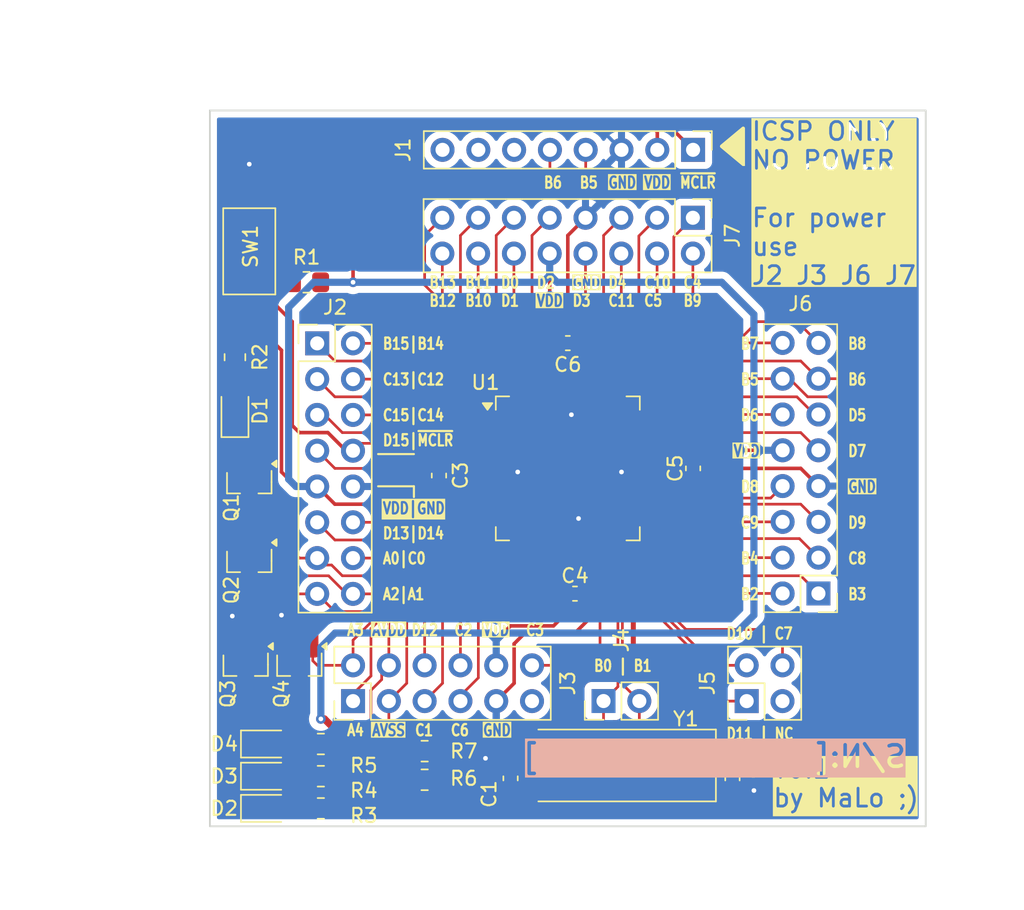
<source format=kicad_pcb>
(kicad_pcb (version 20240108) (generator "pcbnew") (generator_version "8.0")
  (title_block (title "Autobeagle LIN Cape") (date "2023-05-06") (rev "0.1") (company "Continental Automotive Guadalajara"))
  (layers (0 "F.Cu" signal) (31 "B.Cu" signal) (34 "B.Paste" user) (35 "F.Paste" user) (36 "B.SilkS" user "B.Silkscreen") (37 "F.SilkS" user "F.Silkscreen") (38 "B.Mask" user) (39 "F.Mask" user) (44 "Edge.Cuts" user))
  (net 0 "")
  (net 1 "/RB0")
  (net 2 "/RB1")
  (net 4 "/RB9")
  (net 7 "/RB8")
  (net 8 "/~{MCLR}")
  (net 9 "/RB11")
  (net 10 "/RB14")
  (net 11 "/RC14")
  (net 12 "/RC12")
  (net 13 "/RB10")
  (net 14 "/RD2")
  (net 15 "/RD0")
  (net 16 "/RB12")
  (net 17 "GND")
  (net 18 "/RD3")
  (net 19 "/RB15")
  (net 20 "/RD14")
  (net 21 "/RD1")
  (net 22 "/RC10")
  (net 23 "/RC5")
  (net 24 "/RC13")
  (net 25 "/RD13")
  (net 26 "/RC15")
  (net 27 "/RC4")
  (net 28 "/RD15")
  (net 29 "/RD4")
  (net 30 "/RC0")
  (net 31 "/RC11")
  (net 32 "/RB13")
  (net 33 "/RD5")
  (net 34 "/RD11")
  (net 35 "/RC9")
  (net 36 "/RD10")
  (net 37 "/RC2")
  (net 38 "/RC6")
  (net 39 "/RC7")
  (net 40 "/RB6")
  (net 41 "/RB4")
  (net 42 "/RB2")
  (net 43 "Net-(D1-A)")
  (net 44 "Net-(D1-K)")
  (net 45 "/RB5")
  (net 46 "/RD12")
  (net 47 "/RB3")
  (net 48 "/RD9")
  (net 49 "/RC3")
  (net 50 "/RC8")
  (net 51 "RA1")
  (net 52 "RA2")
  (net 53 "RA0")
  (net 54 "RA3")
  (net 55 "/RB7")
  (net 56 "/RD7")
  (net 57 "/RC1")
  (net 58 "/RD8")
  (net 59 "/RD6")
  (net 60 "RA4")
  (net 63 "VDD")
  (net 64 "/AVDD")
  (net 65 "/AVSS")
  (net 66 "Net-(D2-K)")
  (net 67 "Net-(D2-A)")
  (net 68 "Net-(D3-A)")
  (net 69 "Net-(D3-K)")
  (net 70 "Net-(D4-A)")
  (net 71 "Net-(D4-K)")
  (footprint "Resistor_SMD:R_0805_2012Metric_Pad1.20x1.40mm_HandSolder" (layer "F.Cu") (at 115.24 146.698)
    (property "Reference" "R6")
    (property "Value" "0")
  )
  (footprint "Resistor_SMD:R_0805_2012Metric_Pad1.20x1.40mm_HandSolder" (layer "F.Cu") (at 107.874 148.73 180)
    (property "Reference" "R3")
    (property "Value" "470")
  )
  (footprint "Resistor_SMD:R_0805_2012Metric_Pad1.20x1.40mm_HandSolder" (layer "F.Cu") (at 115.24 144.666)
    (property "Reference" "R7")
    (property "Value" "0")
  )
  (footprint "Button_Switch_SMD:SW_SPST_CK_RS282G05A3" (layer "F.Cu") (at 102.794 109.196 -90)
    (property "Reference" "SW1")
    (property "Value" "RESET")
  )
  (footprint "Package_TO_SOT_SMD:SOT-23_Handsoldering" (layer "F.Cu") (at 106.35 138.57 -90)
    (property "Reference" "Q4")
    (property "Value" "DTC143Z")
  )
  (footprint "Connector_PinHeader_2.54mm:PinHeader_1x02_P2.54mm_Vertical" (layer "F.Cu") (at 127.935 141.11 90)
    (property "Reference" "J4")
    (property "Value" "Conn_01x02")
  )
  (footprint "Connector_PinHeader_2.54mm:PinHeader_1x08_P2.54mm_Vertical" (layer "F.Cu") (at 134.29 101.994 -90)
    (property "Reference" "J1")
    (property "Value" "ICSP")
  )
  (footprint "Connector_PinHeader_2.54mm:PinHeader_2x08_P2.54mm_Vertical" (layer "F.Cu") (at 143.185 133.475 180)
    (property "Reference" "J6")
    (property "Value" "Pins_01_to_16")
  )
  (footprint "Capacitor_SMD:C_0603_1608Metric_Pad1.08x0.95mm_HandSolder" (layer "F.Cu") (at 121.336 146.5975 90)
    (property "Reference" "C1")
    (property "Value" "18pF")
  )
  (footprint "Capacitor_SMD:C_0603_1608Metric_Pad1.08x0.95mm_HandSolder" (layer "F.Cu") (at 137.084 146.5975 90)
    (property "Reference" "C2")
    (property "Value" "18pF")
  )
  (footprint "LED_SMD:LED_0805_2012Metric_Pad1.15x1.40mm_HandSolder" (layer "F.Cu") (at 104.064 146.444)
    (property "Reference" "D3")
    (property "Value" "HB")
  )
  (footprint "LED_SMD:LED_0805_2012Metric_Pad1.15x1.40mm_HandSolder" (layer "F.Cu") (at 104.064 148.73)
    (property "Reference" "D2")
    (property "Value" "HB")
  )
  (footprint "Capacitor_SMD:C_0603_1608Metric_Pad1.08x0.95mm_HandSolder" (layer "F.Cu") (at 134.29 124.6 -90)
    (property "Reference" "C5")
    (property "Value" "100nF")
  )
  (footprint "Resistor_SMD:R_0805_2012Metric_Pad1.20x1.40mm_HandSolder" (layer "F.Cu") (at 107.874 144.158 180)
    (property "Reference" "R5")
    (property "Value" "470")
  )
  (footprint "Resistor_SMD:R_0805_2012Metric_Pad1.20x1.40mm_HandSolder" (layer "F.Cu") (at 106.858 111.392 180)
    (property "Reference" "R1")
    (property "Value" "10K")
  )
  (footprint "Capacitor_SMD:C_0603_1608Metric_Pad1.08x0.95mm_HandSolder" (layer "F.Cu") (at 116.256 125.108 90)
    (property "Reference" "C3")
    (property "Value" "100nF")
  )
  (footprint "Connector_PinHeader_2.54mm:PinHeader_2x02_P2.54mm_Vertical" (layer "F.Cu") (at 138.095 141.115 90)
    (property "Reference" "J5")
    (property "Value" "Conn_02x02_Odd_Even")
  )
  (footprint "Package_TO_SOT_SMD:SOT-23_Handsoldering" (layer "F.Cu") (at 102.54 138.57 -90)
    (property "Reference" "Q3")
    (property "Value" "DTC143Z")
  )
  (footprint "Capacitor_SMD:C_0603_1608Metric_Pad1.08x0.95mm_HandSolder" (layer "F.Cu") (at 125.4 115.71)
    (property "Reference" "C6")
    (property "Value" "100nF")
  )
  (footprint "LED_SMD:LED_0805_2012Metric_Pad1.15x1.40mm_HandSolder" (layer "F.Cu") (at 104.064 144.158)
    (property "Reference" "D4")
    (property "Value" "HB")
  )
  (footprint "LED_SMD:LED_0805_2012Metric_Pad1.15x1.40mm_HandSolder" (layer "F.Cu") (at 101.778 120.52 90)
    (property "Reference" "D1")
    (property "Value" "HB")
  )
  (footprint "Capacitor_SMD:C_0603_1608Metric_Pad1.08x0.95mm_HandSolder" (layer "F.Cu") (at 125.908 133.49)
    (property "Reference" "C4")
    (property "Value" "100nF")
  )
  (footprint "Resistor_SMD:R_0805_2012Metric_Pad1.20x1.40mm_HandSolder" (layer "F.Cu") (at 101.778 116.71 -90)
    (property "Reference" "R2")
    (property "Value" "470")
  )
  (footprint "Connector_PinHeader_2.54mm:PinHeader_2x08_P2.54mm_Vertical" (layer "F.Cu") (at 134.275 106.815 -90)
    (property "Reference" "J7")
    (property "Value" "Pins_17_to_32")
  )
  (footprint "Crystal:Crystal_SMD_HC49-SD" (layer "F.Cu") (at 129.21 145.682 180)
    (property "Reference" "Y1")
    (property "Value" "10MHz@12ppm")
  )
  (footprint "Package_TO_SOT_SMD:SOT-23_Handsoldering" (layer "F.Cu") (at 102.794 125.616 -90)
    (property "Reference" "Q1")
    (property "Value" "DTC143Z")
  )
  (footprint "Connector_PinHeader_2.54mm:PinHeader_2x06_P2.54mm_Vertical" (layer "F.Cu") (at 110.16 141.115 90)
    (property "Reference" "J3")
    (property "Value" "Conn_02x06_Odd_Even")
  )
  (footprint "Package_TO_SOT_SMD:SOT-23_Handsoldering" (layer "F.Cu") (at 102.794 131.204 -90)
    (property "Reference" "Q2")
    (property "Value" "DTC143Z")
  )
  (footprint "Resistor_SMD:R_0805_2012Metric_Pad1.20x1.40mm_HandSolder" (layer "F.Cu") (at 107.874 146.444 180)
    (property "Reference" "R4")
    (property "Value" "470")
  )
  (footprint "Package_QFP:TQFP-64_10x10mm_P0.5mm" (layer "F.Cu") (at 125.4 124.6)
    (property "Reference" "U1")
    (property "Value" "DSPIC33CK256MC506-PT")
  )
  (footprint "Connector_PinHeader_2.54mm:PinHeader_2x08_P2.54mm_Vertical" (layer "F.Cu") (at 107.615 115.725)
    (property "Reference" "J2")
    (property "Value" "Pins_01_to_16")
  )
  (gr_poly (pts (xy 136.322 101.74) (xy 137.846 103.01) (xy 137.846 100.47)) (stroke (width 0.254)) (fill solid) (layer "F.SilkS"))
  (gr_line (start 114.478 125.87) (end 114.478 126.632) (stroke (width 0.15)) (layer "F.SilkS"))
  (gr_line (start 111.938 123.584) (end 114.478 123.584) (stroke (width 0.15)) (layer "F.SilkS"))
  (gr_line (start 111.938 125.87) (end 114.478 125.87) (stroke (width 0.15)) (layer "F.SilkS"))
  (gr_rect (start 100 99.2) (end 150.8 150) (stroke (width 0.127)) (fill none) (layer "Edge.Cuts"))
  (gr_text "v0.1\nby: MaLo" (at 149.53 104.28 0) (layer "B.Cu" knockout) (effects (font (size 1.5 1.5) (thickness 0.3) (bold yes)) (justify left bottom mirror)))
  (gr_text "S/N:[                 ]" (at 149.53 145.936 0) (layer "B.SilkS" knockout) (effects (font (size 1.524 1.524) (thickness 0.254) (bold yes)) (justify left bottom mirror)))
  (gr_text "D8" (at 137.592 126.378 0) (layer "F.SilkS") (effects (font (size 0.8001 0.635) (thickness 0.15875) (bold yes)) (justify left bottom)))
  (gr_text "D0\nD1" (at 120.574 113.17 0) (layer "F.SilkS") (effects (font (size 0.8001 0.635) (thickness 0.15875) (bold yes)) (justify left bottom)))
  (gr_text "GND" (at 128.194 104.788 0) (layer "F.SilkS" knockout) (effects (font (size 0.8001 0.635) (thickness 0.15875) (bold yes)) (justify left bottom)))
  (gr_text "B7" (at 137.592 116.218 0) (layer "F.SilkS") (effects (font (size 0.8001 0.635) (thickness 0.15875) (bold yes)) (justify left bottom)))
  (gr_text "A2|A1" (at 112.192 133.998 0) (layer "F.SilkS") (effects (font (size 0.8001 0.635) (thickness 0.15875) (bold yes)) (justify left bottom)))
  (gr_text "C2" (at 117.272 136.538 0) (layer "F.SilkS") (effects (font (size 0.8001 0.635) (thickness 0.15875) (bold yes)) (justify left bottom)))
  (gr_text "C13|C12" (at 112.192 118.758 0) (layer "F.SilkS") (effects (font (size 0.8001 0.635) (thickness 0.15875) (bold yes)) (justify left bottom)))
  (gr_text "D13|D14" (at 112.192 129.68 0) (layer "F.SilkS") (effects (font (size 0.8001 0.635) (thickness 0.15875) (bold yes)) (justify left bottom)))
  (gr_text "D15|~{MCLR}" (at 112.192 123.076 0) (layer "F.SilkS") (effects (font (size 0.8001 0.635) (thickness 0.15875) (bold yes)) (justify left bottom)))
  (gr_text "B11\nB10" (at 118.034 113.17 0) (layer "F.SilkS") (effects (font (size 0.8001 0.635) (thickness 0.15875) (bold yes)) (justify left bottom)))
  (gr_text "AVDD" (at 111.43 136.538 0) (layer "F.SilkS" knockout) (effects (font (size 0.8001 0.635) (thickness 0.15875) (bold yes)) (justify left bottom)))
  (gr_text "D9" (at 145.212 128.918 0) (layer "F.SilkS") (effects (font (size 0.8001 0.635) (thickness 0.15875) (bold yes)) (justify left bottom)))
  (gr_text "D7" (at 145.212 123.838 0) (layer "F.SilkS") (effects (font (size 0.8001 0.635) (thickness 0.15875) (bold yes)) (justify left bottom)))
  (gr_text "VDD" (at 123.114 113.17 0) (layer "F.SilkS" knockout) (effects (font (size 0.8001 0.635) (thickness 0.15875) (bold yes)) (justify left bottom)))
  (gr_text "B2" (at 137.592 133.998 0) (layer "F.SilkS") (effects (font (size 0.8001 0.635) (thickness 0.15875) (bold yes)) (justify left bottom)))
  (gr_text "D11 | NC" (at 136.576 143.904 0) (layer "F.SilkS") (effects (font (size 0.8001 0.635) (thickness 0.15875) (bold yes)) (justify left bottom)))
  (gr_text "A3" (at 109.652 136.538 0) (layer "F.SilkS") (effects (font (size 0.8001 0.635) (thickness 0.15875) (bold yes)) (justify left bottom)))
  (gr_text "B13\nB12" (at 115.494 113.17 0) (layer "F.SilkS") (effects (font (size 0.8001 0.635) (thickness 0.15875) (bold yes)) (justify left bottom)))
  (gr_text "v0.1\nby MaLo ;)" (at 139.878 148.73 0) (layer "F.SilkS" knockout) (effects (font (size 1.27 1.27) (thickness 0.2) (bold yes)) (justify left bottom)))
  (gr_text "C1" (at 114.478 143.65 0) (layer "F.SilkS") (effects (font (size 0.8001 0.635) (thickness 0.15875) (bold yes)) (justify left bottom)))
  (gr_text "VDD" (at 119.304 136.538 0) (layer "F.SilkS" knockout) (effects (font (size 0.8001 0.635) (thickness 0.15875) (bold yes)) (justify left bottom)))
  (gr_text "B15|B14" (at 112.192 116.218 0) (layer "F.SilkS") (effects (font (size 0.8001 0.635) (thickness 0.15875) (bold yes)) (justify left bottom)))
  (gr_text "B5" (at 126.162 104.788 0) (layer "F.SilkS") (effects (font (size 0.8001 0.635) (thickness 0.15875) (bold yes)) (justify left bottom)))
  (gr_text "D3" (at 125.654 113.17 0) (layer "F.SilkS") (effects (font (size 0.8001 0.635) (thickness 0.15875) (bold yes)) (justify left bottom)))
  (gr_text "B0 | B1" (at 127.178 139.078 0) (layer "F.SilkS") (effects (font (size 0.8001 0.635) (thickness 0.15875) (bold yes)) (justify left bottom)))
  (gr_text "VDD" (at 137.084 123.838 0) (layer "F.SilkS" knockout) (effects (font (size 0.8001 0.635) (thickness 0.15875) (bold yes)) (justify left bottom)))
  (gr_text "C15|C14" (at 112.192 121.298 0) (layer "F.SilkS") (effects (font (size 0.8001 0.635) (thickness 0.15875) (bold yes)) (justify left bottom)))
  (gr_text "A0|C0" (at 112.192 131.458 0) (layer "F.SilkS") (effects (font (size 0.8001 0.635) (thickness 0.15875) (bold yes)) (justify left bottom)))
  (gr_text "~{MCLR}" (at 133.274 104.788 0) (layer "F.SilkS") (effects (font (size 0.8001 0.635) (thickness 0.15875) (bold yes)) (justify left bottom)))
  (gr_text "B8" (at 145.212 116.218 0) (layer "F.SilkS") (effects (font (size 0.8001 0.635) (thickness 0.15875) (bold yes)) (justify left bottom)))
  (gr_text "D12" (at 114.224 136.538 0) (layer "F.SilkS") (effects (font (size 0.8001 0.635) (thickness 0.15875) (bold yes)) (justify left bottom)))
  (gr_text "C9" (at 137.592 128.918 0) (layer "F.SilkS") (effects (font (size 0.8001 0.635) (thickness 0.15875) (bold yes)) (justify left bottom)))
  (gr_text "AVSS" (at 111.43 143.65 0) (layer "F.SilkS" knockout) (effects (font (size 0.8001 0.635) (thickness 0.15875) (bold yes)) (justify left bottom)))
  (gr_text "B6" (at 145.212 118.758 0) (layer "F.SilkS") (effects (font (size 0.8001 0.635) (thickness 0.15875) (bold yes)) (justify left bottom)))
  (gr_text "B5" (at 137.592 118.758 0) (layer "F.SilkS") (effects (font (size 0.8001 0.635) (thickness 0.15875) (bold yes)) (justify left bottom)))
  (gr_text "D10 | C7" (at 136.576 136.792 0) (layer "F.SilkS") (effects (font (size 0.8001 0.635) (thickness 0.15875) (bold yes)) (justify left bottom)))
  (gr_text "C10\nC5" (at 130.734 113.17 0) (layer "F.SilkS") (effects (font (size 0.8001 0.635) (thickness 0.15875) (bold yes)) (justify left bottom)))
  (gr_text "VDD" (at 130.734 104.788 0) (layer "F.SilkS" knockout) (effects (font (size 0.8001 0.635) (thickness 0.15875) (bold yes)) (justify left bottom)))
  (gr_text "D4\nC11" (at 128.194 113.17 0) (layer "F.SilkS") (effects (font (size 0.8001 0.635) (thickness 0.15875) (bold yes)) (justify left bottom)))
  (gr_text "D5" (at 145.212 121.298 0) (layer "F.SilkS") (effects (font (size 0.8001 0.635) (thickness 0.15875) (bold yes)) (justify left bottom)))
  (gr_text "VDD|GND" (at 112.192 127.902 0) (layer "F.SilkS" knockout) (effects (font (size 0.8001 0.635) (thickness 0.15875) (bold yes)) (justify left bottom)))
  (gr_text "B6" (at 123.622 104.788 0) (layer "F.SilkS") (effects (font (size 0.8001 0.635) (thickness 0.15875) (bold yes)) (justify left bottom)))
  (gr_text "D2" (at 123.114 111.9 0) (layer "F.SilkS") (effects (font (size 0.8001 0.635) (thickness 0.15875) (bold yes)) (justify left bottom)))
  (gr_text "C4\nB9" (at 133.528 113.17 0) (layer "F.SilkS") (effects (font (size 0.8001 0.635) (thickness 0.15875) (bold yes)) (justify left bottom)))
  (gr_text "A4" (at 109.652 143.65 0) (layer "F.SilkS") (effects (font (size 0.8001 0.635) (thickness 0.15875) (bold yes)) (justify left bottom)))
  (gr_text "B4" (at 137.592 131.458 0) (layer "F.SilkS") (effects (font (size 0.8001 0.635) (thickness 0.15875) (bold yes)) (justify left bottom)))
  (gr_text "C6" (at 117.018 143.65 0) (layer "F.SilkS") (effects (font (size 0.8001 0.635) (thickness 0.15875) (bold yes)) (justify left bottom)))
  (gr_text "C8" (at 145.212 131.458 0) (layer "F.SilkS") (effects (font (size 0.8001 0.635) (thickness 0.15875) (bold yes)) (justify left bottom)))
  (gr_text "B3" (at 145.212 133.998 0) (layer "F.SilkS") (effects (font (size 0.8001 0.635) (thickness 0.15875) (bold yes)) (justify left bottom)))
  (gr_text "GND" (at 145.212 126.378 0) (layer "F.SilkS" knockout) (effects (font (size 0.8001 0.635) (thickness 0.15875) (bold yes)) (justify left bottom)))
  (gr_text "D6" (at 137.592 121.298 0) (layer "F.SilkS") (effects (font (size 0.8001 0.635) (thickness 0.15875) (bold yes)) (justify left bottom)))
  (gr_text "GND" (at 119.304 143.65 0) (layer "F.SilkS" knockout) (effects (font (size 0.8001 0.635) (thickness 0.15875) (bold yes)) (justify left bottom)))
  (gr_text "ICSP ONLY\nNO POWER\n\nFor power\nuse\nJ2 J3 J6 J7" (at 138.354 111.646 0) (layer "F.SilkS" knockout) (effects (font (size 1.27 1.27) (thickness 0.2) (bold yes)) (justify left bottom)))
  (gr_text "C3" (at 122.352 136.538 0) (layer "F.SilkS") (effects (font (size 0.8001 0.635) (thickness 0.15875) (bold yes)) (justify left bottom)))
  (gr_text "GND" (at 125.654 111.9 0) (layer "F.SilkS" knockout) (effects (font (size 0.8001 0.635) (thickness 0.15875) (bold yes)) (justify left bottom)))
  (segment (start 127.935 144.925) (end 127.178 145.682) (width 0.1905) (layer "F.Cu") (net 1))
  (segment (start 127.178 145.682) (end 124.96 145.682) (width 0.1905) (layer "F.Cu") (net 1))
  (segment (start 127.15 131.938) (end 128.956 133.744) (width 0.1905) (layer "F.Cu") (net 1))
  (segment (start 127.935 141.11) (end 127.935 144.925) (width 0.1905) (layer "F.Cu") (net 1))
  (segment (start 127.15 130.2625) (end 127.15 131.938) (width 0.1905) (layer "F.Cu") (net 1))
  (segment (start 128.956 133.744) (end 128.956 140.089) (width 0.1905) (layer "F.Cu") (net 1))
  (segment (start 121.336 145.735) (end 124.907 145.735) (width 0.254) (layer "F.Cu") (net 1))
  (segment (start 124.907 145.735) (end 124.96 145.682) (width 0.1905) (layer "F.Cu") (net 1))
  (segment (start 128.956 140.089) (end 127.935 141.11) (width 0.1905) (layer "F.Cu") (net 1))
  (segment (start 130.475 144.915) (end 131.242 145.682) (width 0.1905) (layer "F.Cu") (net 2))
  (segment (start 127.65 131.93) (end 127.65 130.2625) (width 0.1905) (layer "F.Cu") (net 2))
  (segment (start 129.2735 139.9085) (end 129.2735 133.5535) (width 0.1905) (layer "F.Cu") (net 2))
  (segment (start 133.513 145.735) (end 133.46 145.682) (width 0.1905) (layer "F.Cu") (net 2))
  (segment (start 130.475 141.11) (end 129.2735 139.9085) (width 0.1905) (layer "F.Cu") (net 2))
  (segment (start 129.2735 133.5535) (end 127.65 131.93) (width 0.1905) (layer "F.Cu") (net 2))
  (segment (start 131.242 145.682) (end 133.46 145.682) (width 0.1905) (layer "F.Cu") (net 2))
  (segment (start 137.084 145.735) (end 133.513 145.735) (width 0.254) (layer "F.Cu") (net 2))
  (segment (start 130.475 141.11) (end 130.475 144.915) (width 0.1905) (layer "F.Cu") (net 2))
  (segment (start 129.15 118.056) (end 134.275 112.931) (width 0.1905) (layer "F.Cu") (net 4))
  (segment (start 129.15 118.9375) (end 129.15 118.056) (width 0.1905) (layer "F.Cu") (net 4))
  (segment (start 134.275 112.931) (end 134.275 109.355) (width 0.1905) (layer "F.Cu") (net 4))
  (segment (start 131.0625 120.85) (end 132.198 120.85) (width 0.1905) (layer "F.Cu") (net 7))
  (segment (start 132.198 120.85) (end 138.862 114.186) (width 0.1905) (layer "F.Cu") (net 7))
  (segment (start 141.676 114.186) (end 143.185 115.695) (width 0.1905) (layer "F.Cu") (net 7))
  (segment (start 138.862 114.186) (end 141.676 114.186) (width 0.1905) (layer "F.Cu") (net 7))
  (segment (start 103.302 111.392) (end 102.794 111.9) (width 0.254) (layer "F.Cu") (net 8))
  (segment (start 106.35 122.06) (end 108.372 122.06) (width 0.254) (layer "F.Cu") (net 8))
  (segment (start 108.372 122.06) (end 109.657 123.345) (width 0.254) (layer "F.Cu") (net 8))
  (segment (start 117.399 123.007988) (end 117.399 123.007987) (width 0.1905) (layer "F.Cu") (net 8))
  (segment (start 105.858 111.392) (end 103.302 111.392) (width 0.254) (layer "F.Cu") (net 8))
  (segment (start 109.657 123.345) (end 110.155 123.345) (width 0.1905) (layer "F.Cu") (net 8))
  (segment (start 119.7375 123.85) (end 118.241012 123.85) (width 0.1905) (layer "F.Cu") (net 8))
  (segment (start 134.29 101.994) (end 132.258 99.962) (width 0.254) (layer "F.Cu") (net 8))
  (segment (start 102.794 111.9) (end 102.794 113.096) (width 0.254) (layer "F.Cu") (net 8))
  (segment (start 117.213013 122.822) (end 110.678 122.822) (width 0.1905) (layer "F.Cu") (net 8))
  (segment (start 102.794 113.096) (end 104.752 113.096) (width 0.254) (layer "F.Cu") (net 8))
  (segment (start 117.399 123.007987) (end 117.213013 122.822) (width 0.1905) (layer "F.Cu") (net 8))
  (segment (start 105.842 121.552) (end 106.35 122.06) (width 0.254) (layer "F.Cu") (net 8))
  (segment (start 105.858 101.978) (end 105.858 111.392) (width 0.254) (layer "F.Cu") (net 8))
  (segment (start 132.258 99.962) (end 107.874 99.962) (width 0.254) (layer "F.Cu") (net 8))
  (segment (start 104.752 113.096) (end 105.842 114.186) (width 0.254) (layer "F.Cu") (net 8))
  (segment (start 105.842 114.186) (end 105.842 121.552) (width 0.254) (layer "F.Cu") (net 8))
  (segment (start 110.678 122.822) (end 110.155 123.345) (width 0.1905) (layer "F.Cu") (net 8))
  (segment (start 118.241012 123.85) (end 117.399 123.007988) (width 0.1905) (layer "F.Cu") (net 8))
  (segment (start 107.874 99.962) (end 105.858 101.978) (width 0.254) (layer "F.Cu") (net 8))
  (segment (start 117.78 108.07) (end 119.035 106.815) (width 0.1905) (layer "F.Cu") (net 9))
  (segment (start 122.65 118.04) (end 117.78 113.17) (width 0.1905) (layer "F.Cu") (net 9))
  (segment (start 122.65 118.9375) (end 122.65 118.04) (width 0.1905) (layer "F.Cu") (net 9))
  (segment (start 117.78 113.17) (end 117.78 108.07) (width 0.1905) (layer "F.Cu") (net 9))
  (segment (start 112.810085 115.725) (end 110.155 115.725) (width 0.1905) (layer "F.Cu") (net 10))
  (segment (start 117.935085 120.85) (end 112.810085 115.725) (width 0.1905) (layer "F.Cu") (net 10))
  (segment (start 119.7375 120.85) (end 117.935085 120.85) (width 0.1905) (layer "F.Cu") (net 10))
  (segment (start 119.7375 122.85) (end 118.139037 122.85) (width 0.1905) (layer "F.Cu") (net 11))
  (segment (start 118.139037 122.85) (end 116.094037 120.805) (width 0.1905) (layer "F.Cu") (net 11))
  (segment (start 116.094037 120.805) (end 110.155 120.805) (width 0.1905) (layer "F.Cu") (net 11))
  (segment (start 114.452061 118.265) (end 110.155 118.265) (width 0.1905) (layer "F.Cu") (net 12))
  (segment (start 119.7375 121.85) (end 118.037061 121.85) (width 0.1905) (layer "F.Cu") (net 12))
  (segment (start 118.037061 121.85) (end 114.452061 118.265) (width 0.1905) (layer "F.Cu") (net 12))
  (segment (start 123.15 118.032) (end 119.035 113.917) (width 0.1905) (layer "F.Cu") (net 13))
  (segment (start 119.035 113.917) (end 119.035 109.355) (width 0.1905) (layer "F.Cu") (net 13))
  (segment (start 123.15 118.9375) (end 123.15 118.032) (width 0.1905) (layer "F.Cu") (net 13))
  (segment (start 124.65 118.008) (end 122.86 116.218) (width 0.1905) (layer "F.Cu") (net 14))
  (segment (start 122.86 108.07) (end 124.115 106.815) (width 0.1905) (layer "F.Cu") (net 14))
  (segment (start 122.86 116.218) (end 122.86 108.07) (width 0.1905) (layer "F.Cu") (net 14))
  (segment (start 124.65 118.9375) (end 124.65 118.008) (width 0.1905) (layer "F.Cu") (net 14))
  (segment (start 123.65 118.024) (end 120.32 114.694) (width 0.1905) (layer "F.Cu") (net 15))
  (segment (start 120.32 108.07) (end 121.575 106.815) (width 0.1905) (layer "F.Cu") (net 15))
  (segment (start 120.32 114.694) (end 120.32 108.07) (width 0.1905) (layer "F.Cu") (net 15))
  (segment (start 123.65 118.9375) (end 123.65 118.024) (width 0.1905) (layer "F.Cu") (net 15))
  (segment (start 122.15 118.9375) (end 122.15 118.048) (width 0.1905) (layer "F.Cu") (net 16))
  (segment (start 122.15 118.048) (end 116.495 112.393) (width 0.1905) (layer "F.Cu") (net 16))
  (segment (start 116.495 112.393) (end 116.495 109.355) (width 0.1905) (layer "F.Cu") (net 16))
  (segment (start 121.84 124.85) (end 121.844 124.854) (width 0.1905) (layer "F.Cu") (net 17))
  (segment (start 125.65 116.3225) (end 126.2625 115.71) (width 0.254) (layer "F.Cu") (net 17))
  (segment (start 116.8605 124.85) (end 116.256 124.2455) (width 0.1905) (layer "F.Cu") (net 17))
  (segment (start 126.15 132.8695) (end 126.7705 133.49) (width 0.254) (layer "F.Cu") (net 17))
  (segment (start 137.084 147.46) (end 138.608 147.46) (width 0.254) (layer "F.Cu") (net 17))
  (segment (start 101.844 131.138) (end 101.844 129.704) (width 0.508) (layer "F.Cu") (net 17))
  (segment (start 119.7375 124.85) (end 121.84 124.85) (width 0.1905) (layer "F.Cu") (net 17))
  (segment (start 119.558 145.174) (end 119.558 146.19) (width 0.254) (layer "F.Cu") (net 17))
  (segment (start 126.655 106.815) (end 125.4 108.07) (width 0.254) (layer "F.Cu") (net 17))
  (segment (start 125.65 118.9375) (end 125.65 120.786) (width 0.254) (layer "F.Cu") (net 17))
  (segment (start 133.6775 124.85) (end 134.29 125.4625) (width 0.254) (layer "F.Cu") (net 17))
  (segment (start 102.794 105.296) (end 102.794 103.01) (width 0.254) (layer "F.Cu") (net 17))
  (segment (start 125.65 118.9375) (end 125.65 116.3225) (width 0.254) (layer "F.Cu") (net 17))
  (segment (start 131.0625 124.85) (end 133.6775 124.85) (width 0.254) (layer "F.Cu") (net 17))
  (segment (start 105.4 137.07) (end 105.4 135.334) (width 0.254) (layer "F.Cu") (net 17))
  (segment (start 119.05 144.666) (end 116.24 144.666) (width 0.254) (layer "F.Cu") (net 17))
  (segment (start 125.908 136.284) (end 126.7705 135.4215) (width 0.254) (layer "F.Cu") (net 17))
  (segment (start 121.59 137.046) (end 122.352 136.284) (width 0.254) (layer "F.Cu") (net 17))
  (segment (start 126.15 130.2625) (end 126.15 128.168) (width 0.254) (layer "F.Cu") (net 17))
  (segment (start 126.7705 135.4215) (end 126.7705 133.49) (width 0.254) (layer "F.Cu") (net 17))
  (segment (start 101.59 135.08) (end 101.59 131.392) (width 0.508) (layer "F.Cu") (net 17))
  (segment (start 120.32 141.115) (end 121.59 139.845) (width 0.254) (layer "F.Cu") (net 17))
  (segment (start 122.352 136.284) (end 125.908 136.284) (width 0.254) (layer "F.Cu") (net 17))
  (segment (start 129.214 124.85) (end 129.21 124.854) (width 0.254) (layer "F.Cu") (net 17))
  (segment (start 126.15 128.168) (end 126.162 128.156) (width 0.254) (layer "F.Cu") (net 17))
  (segment (start 116.256 124.2455) (end 115.0865 124.2455) (width 0.1905) (layer "F.Cu") (net 17))
  (segment (start 135.1525 124.6) (end 134.29 125.4625) (width 0.254) (layer "F.Cu") (net 17))
  (segment (start 101.844 124.116) (end 101.844 129.704) (width 0.508) (layer "F.Cu") (net 17))
  (segment (start 125.4 113.678) (end 126.2625 114.5405) (width 0.254) (layer "F.Cu") (net 17))
  (segment (start 126.15 130.2625) (end 126.15 132.8695) (width 0.254) (layer "F.Cu") (net 17))
  (segment (start 101.59 135.08) (end 101.59 137.07) (width 0.508) (layer "F.Cu") (net 17))
  (segment (start 126.2625 114.5405) (end 126.2625 115.71) (width 0.254) (layer "F.Cu") (net 17))
  (segment (start 141.93 124.6) (end 135.1525 124.6) (width 0.254) (layer "F.Cu") (net 17))
  (segment (start 119.558 145.174) (end 119.05 144.666) (width 0.254) (layer "F.Cu") (net 17))
  (segment (start 101.59 131.392) (end 101.844 131.138) (width 0.508) (layer "F.Cu") (net 17))
  (segment (start 143.185 125.855) (end 141.93 124.6) (width 0.254) (layer "F.Cu") (net 17))
  (segment (start 125.4 108.07) (end 125.4 113.678) (width 0.254) (layer "F.Cu") (net 17))
  (segment (start 119.558 146.19) (end 120.828 147.46) (width 0.254) (layer "F.Cu") (net 17))
  (segment (start 105.4 135.334) (end 105.08 135.014) (width 0.254) (layer "F.Cu") (net 17))
  (segment (start 113.447 125.885) (end 110.155 125.885) (width 0.1905) (layer "F.Cu") (net 17))
  (segment (start 120.828 147.46) (end 121.336 147.46) (width 0.254) (layer "F.Cu") (net 17))
  (segment (start 125.65 120.786) (end 125.654 120.79) (width 0.254) (layer "F.Cu") (net 17))
  (segment (start 131.0625 124.85) (end 129.214 124.85) (width 0.254) (layer "F.Cu") (net 17))
  (segment (start 119.7375 124.85) (end 116.8605 124.85) (width 0.1905) (layer "F.Cu") (net 17))
  (segment (start 121.59 139.845) (end 121.59 137.046) (width 0.254) (layer "F.Cu") (net 17))
  (segment (start 115.0865 124.2455) (end 113.447 125.885) (width 0.1905) (layer "F.Cu") (net 17))
  (via (at 121.844 124.854) (size 0.6858) (drill 0.3302) (layers "F.Cu" "B.Cu") (net 17))
  (via (at 126.162 128.156) (size 0.6858) (drill 0.3302) (layers "F.Cu" "B.Cu") (net 17))
  (via (at 138.608 147.46) (size 0.6858) (drill 0.3302) (layers "F.Cu" "B.Cu") (net 17))
  (via (at 101.59 135.08) (size 0.6858) (drill 0.3302) (layers "F.Cu" "B.Cu") (net 17))
  (via (at 119.558 145.174) (size 0.6858) (drill 0.3302) (layers "F.Cu" "B.Cu") (net 17))
  (via (at 125.654 120.79) (size 0.6858) (drill 0.3302) (layers "F.Cu" "B.Cu") (net 17))
  (via (at 102.794 103.01) (size 0.6858) (drill 0.3302) (layers "F.Cu" "B.Cu") (net 17))
  (via (at 105.08 135.014) (size 0.6858) (drill 0.3302) (layers "F.Cu" "B.Cu") (net 17))
  (via (at 129.21 124.854) (size 0.6858) (drill 0.3302) (layers "F.Cu" "B.Cu") (net 17))
  (segment (start 127.178 99.962) (end 129.21 101.994) (width 0.254) (layer "B.Cu") (net 17))
  (segment (start 138.608 147.46) (end 143.434 147.46) (width 0.254) (layer "B.Cu") (net 17))
  (segment (start 102.794 103.01) (end 105.842 99.962) (width 0.254) (layer "B.Cu") (net 17))
  (segment (start 145.974 126.632) (end 145.197 125.855) (width 0.254) (layer "B.Cu") (net 17))
  (segment (start 121.844 126.886) (end 121.844 124.854) (width 0.254) (layer "B.Cu") (net 17))
  (segment (start 145.974 144.92) (end 145.974 126.632) (width 0.254) (layer "B.Cu") (net 17))
  (segment (start 145.197 125.855) (end 143.185 125.855) (width 0.254) (layer "B.Cu") (net 17))
  (segment (start 129.21 101.994) (end 127.686 103.518) (width 0.508) (layer "B.Cu") (net 17))
  (segment (start 119.558 145.174) (end 119.558 146.19) (width 0.254) (layer "B.Cu") (net 17))
  (segment (start 120.32 144.412) (end 120.32 141.115) (width 0.508) (layer "B.Cu") (net 17))
  (segment (start 129.21 124.854) (end 129.21 127.394) (width 0.254) (layer "B.Cu") (net 17))
  (segment (start 123.114 128.156) (end 121.844 126.886) (width 0.254) (layer "B.Cu") (net 17))
  (segment (start 119.558 145.174) (end 120.32 144.412) (width 0.508) (layer "B.Cu") (net 17))
  (segment (start 105.08 142.888) (end 105.08 135.014) (width 0.254) (layer "B.Cu") (net 17))
  (segment (start 105.08 135.014) (end 101.656 135.014) (width 0.254) (layer "B.Cu") (net 17))
  (segment (start 119.558 145.174) (end 107.366 145.174) (width 0.254) (layer "B.Cu") (net 17))
  (segment (start 125.654 120.79) (end 127.94 120.79) (width 0.254) (layer "B.Cu") (net 17))
  (segment (start 126.162 128.156) (end 123.114 128.156) (width 0.254) (layer "B.Cu") (net 17))
  (segment (start 143.434 147.46) (end 145.974 144.92) (width 0.254) (layer "B.Cu") (net 17))
  (segment (start 105.842 99.962) (end 127.178 99.962) (width 0.254) (layer "B.Cu") (net 17))
  (segment (start 127.686 105.784) (end 126.655 106.815) (width 0.508) (layer "B.Cu") (net 17))
  (segment (start 101.656 135.014) (end 101.59 135.08) (width 0.254) (layer "B.Cu") (net 17))
  (segment (start 127.686 103.518) (end 127.686 105.784) (width 0.508) (layer "B.Cu") (net 17))
  (segment (start 107.366 145.174) (end 105.08 142.888) (width 0.254) (layer "B.Cu") (net 17))
  (segment (start 129.21 122.06) (end 129.21 124.854) (width 0.254) (layer "B.Cu") (net 17))
  (segment (start 127.94 120.79) (end 129.21 122.06) (width 0.254) (layer "B.Cu") (net 17))
  (segment (start 129.21 127.394) (end 128.448 128.156) (width 0.254) (layer "B.Cu") (net 17))
  (segment (start 119.558 146.19) (end 120.828 147.46) (width 0.254) (layer "B.Cu") (net 17))
  (segment (start 120.828 147.46) (end 138.608 147.46) (width 0.254) (layer "B.Cu") (net 17))
  (segment (start 128.448 128.156) (end 126.162 128.156) (width 0.254) (layer "B.Cu") (net 17))
  (segment (start 127.432 113.932) (end 126.655 113.155) (width 0.1905) (layer "F.Cu") (net 18))
  (segment (start 127.432 116.472) (end 127.432 113.932) (width 0.1905) (layer "F.Cu") (net 18))
  (segment (start 126.655 113.155) (end 126.655 109.355) (width 0.1905) (layer "F.Cu") (net 18))
  (segment (start 126.15 118.9375) (end 126.15 117.754) (width 0.1905) (layer "F.Cu") (net 18))
  (segment (start 126.15 117.754) (end 127.432 116.472) (width 0.1905) (layer "F.Cu") (net 18))
  (segment (start 117.986073 121.35) (end 113.616073 116.98) (width 0.1905) (layer "F.Cu") (net 19))
  (segment (start 119.7375 121.35) (end 117.986073 121.35) (width 0.1905) (layer "F.Cu") (net 19))
  (segment (start 108.87 116.98) (end 107.615 115.725) (width 0.1905) (layer "F.Cu") (net 19))
  (segment (start 113.616073 116.98) (end 108.87 116.98) (width 0.1905) (layer "F.Cu") (net 19))
  (segment (start 118.054 125.85) (end 115.479 128.425) (width 0.1905) (layer "F.Cu") (net 20))
  (segment (start 115.479 128.425) (end 110.155 128.425) (width 0.1905) (layer "F.Cu") (net 20))
  (segment (start 119.7375 125.85) (end 118.054 125.85) (width 0.1905) (layer "F.Cu") (net 20))
  (segment (start 121.575 115.441) (end 121.575 109.355) (width 0.1905) (layer "F.Cu") (net 21))
  (segment (start 124.15 118.9375) (end 124.15 118.016) (width 0.1905) (layer "F.Cu") (net 21))
  (segment (start 124.15 118.016) (end 121.575 115.441) (width 0.1905) (layer "F.Cu") (net 21))
  (segment (start 127.65 118.208964) (end 130.441482 115.417482) (width 0.1905) (layer "F.Cu") (net 22))
  (segment (start 127.65 118.9375) (end 127.65 118.208964) (width 0.1905) (layer "F.Cu") (net 22))
  (segment (start 130.441482 115.417482) (end 130.441482 108.108518) (width 0.1905) (layer "F.Cu") (net 22))
  (segment (start 130.441482 108.108518) (end 131.735 106.815) (width 0.1905) (layer "F.Cu") (net 22))
  (segment (start 128.15 118.9375) (end 128.15 118.157976) (width 0.1905) (layer "F.Cu") (net 23))
  (segment (start 128.15 118.157976) (end 131.735 114.572976) (width 0.1905) (layer "F.Cu") (net 23))
  (segment (start 131.735 114.572976) (end 131.735 109.355) (width 0.1905) (layer "F.Cu") (net 23))
  (segment (start 119.7375 122.35) (end 118.088049 122.35) (width 0.1905) (layer "F.Cu") (net 24))
  (segment (start 108.87 119.52) (end 107.615 118.265) (width 0.1905) (layer "F.Cu") (net 24))
  (segment (start 115.258049 119.52) (end 108.87 119.52) (width 0.1905) (layer "F.Cu") (net 24))
  (segment (start 118.088049 122.35) (end 115.258049 119.52) (width 0.1905) (layer "F.Cu") (net 24))
  (segment (start 118.062 126.35) (end 114.732 129.68) (width 0.1905) (layer "F.Cu") (net 25))
  (segment (start 114.732 129.68) (end 108.87 129.68) (width 0.1905) (layer "F.Cu") (net 25))
  (segment (start 119.7375 126.35) (end 118.062 126.35) (width 0.1905) (layer "F.Cu") (net 25))
  (segment (start 108.87 129.68) (end 107.615 128.425) (width 0.1905) (layer "F.Cu") (net 25))
  (segment (start 119.7375 123.35) (end 118.190025 123.35) (width 0.1905) (layer "F.Cu") (net 26))
  (segment (start 118.190025 123.35) (end 116.900025 122.06) (width 0.1905) (layer "F.Cu") (net 26))
  (segment (start 116.900025 122.06) (end 109.398 122.06) (width 0.1905) (layer "F.Cu") (net 26))
  (segment (start 108.143 120.805) (end 107.615 120.805) (width 0.1905) (layer "F.Cu") (net 26))
  (segment (start 109.398 122.06) (end 108.143 120.805) (width 0.1905) (layer "F.Cu") (net 26))
  (segment (start 132.922494 113.834494) (end 132.922494 108.167506) (width 0.1905) (layer "F.Cu") (net 27))
  (segment (start 128.65 118.9375) (end 128.65 118.106988) (width 0.1905) (layer "F.Cu") (net 27))
  (segment (start 132.922494 108.167506) (end 134.275 106.815) (width 0.1905) (layer "F.Cu") (net 27))
  (segment (start 128.65 118.106988) (end 132.922494 113.834494) (width 0.1905) (layer "F.Cu") (net 27))
  (segment (start 118.292 124.35) (end 117.0815 123.1395) (width 0.1905) (layer "F.Cu") (net 28))
  (segment (start 108.87 124.6) (end 107.615 123.345) (width 0.1905) (layer "F.Cu") (net 28))
  (segment (start 117.0815 123.1395) (end 113.1445 123.1395) (width 0.1905) (layer "F.Cu") (net 28))
  (segment (start 111.684 124.6) (end 108.87 124.6) (width 0.1905) (layer "F.Cu") (net 28))
  (segment (start 113.1445 123.1395) (end 111.684 124.6) (width 0.1905) (layer "F.Cu") (net 28))
  (segment (start 119.7375 124.35) (end 118.292 124.35) (width 0.1905) (layer "F.Cu") (net 28))
  (segment (start 127.94 116.726) (end 127.94 108.07) (width 0.1905) (layer "F.Cu") (net 29))
  (segment (start 127.94 108.07) (end 129.195 106.815) (width 0.1905) (layer "F.Cu") (net 29))
  (segment (start 126.65 118.016) (end 127.94 116.726) (width 0.1905) (layer "F.Cu") (net 29))
  (segment (start 126.65 118.9375) (end 126.65 118.016) (width 0.1905) (layer "F.Cu") (net 29))
  (segment (start 118.206024 126.85) (end 114.091024 130.965) (width 0.1905) (layer "F.Cu") (net 30))
  (segment (start 119.7375 126.85) (end 118.206024 126.85) (width 0.1905) (layer "F.Cu") (net 30))
  (segment (start 114.091024 130.965) (end 110.155 130.965) (width 0.1905) (layer "F.Cu") (net 30))
  (segment (start 129.195 116.214952) (end 129.195 109.355) (width 0.1905) (layer "F.Cu") (net 31))
  (segment (start 127.15 118.9375) (end 127.15 118.259952) (width 0.1905) (layer "F.Cu") (net 31))
  (segment (start 127.15 118.259952) (end 129.195 116.214952) (width 0.1905) (layer "F.Cu") (net 31))
  (segment (start 121.65 117.997012) (end 115.24 111.587012) (width 0.1905) (layer "F.Cu") (net 32))
  (segment (start 115.24 111.587012) (end 115.24 108.07) (width 0.1905) (layer "F.Cu") (net 32))
  (segment (start 115.24 108.07) (end 116.495 106.815) (width 0.1905) (layer "F.Cu") (net 32))
  (segment (start 121.65 118.9375) (end 121.65 117.997012) (width 0.1905) (layer "F.Cu") (net 32))
  (segment (start 131.0625 122.85) (end 132.23 122.85) (width 0.1905) (layer "F.Cu") (net 33))
  (segment (start 135.56 119.52) (end 141.656 119.52) (width 0.1905) (layer "F.Cu") (net 33))
  (segment (start 132.23 122.85) (end 135.56 119.52) (width 0.1905) (layer "F.Cu") (net 33))
  (segment (start 141.656 119.52) (end 142.911 120.775) (width 0.1905) (layer "F.Cu") (net 33))
  (segment (start 142.911 120.775) (end 143.185 120.775) (width 0.1905) (layer "F.Cu") (net 33))
  (segment (start 128.15 130.2625) (end 128.15 131.414) (width 0.1905) (layer "F.Cu") (net 34))
  (segment (start 128.15 131.414) (end 136.068 139.332) (width 0.1905) (layer "F.Cu") (net 34))
  (segment (start 136.068 140.602) (end 136.581 141.115) (width 0.1905) (layer "F.Cu") (net 34))
  (segment (start 136.581 141.115) (end 138.095 141.115) (width 0.1905) (layer "F.Cu") (net 34))
  (segment (start 136.068 139.332) (end 136.068 140.602) (width 0.1905) (layer "F.Cu") (net 34))
  (segment (start 134.275 128.395) (end 140.645 128.395) (width 0.1905) (layer "F.Cu") (net 35))
  (segment (start 132.23 126.35) (end 134.275 128.395) (width 0.1905) (layer "F.Cu") (net 35))
  (segment (start 131.0625 126.35) (end 132.23 126.35) (width 0.1905) (layer "F.Cu") (net 35))
  (segment (start 128.65 131.406) (end 135.819 138.575) (width 0.1905) (layer "F.Cu") (net 36))
  (segment (start 135.819 138.575) (end 138.095 138.575) (width 0.1905) (layer "F.Cu") (net 36))
  (segment (start 128.65 130.2625) (end 128.65 131.406) (width 0.1905) (layer "F.Cu") (net 36))
  (segment (start 122.2885 134.0615) (end 124.65 131.7) (width 0.1905) (layer "F.Cu") (net 37))
  (segment (start 117.78 138.575) (end 117.78 135.268) (width 0.1905) (layer "F.Cu") (net 37))
  (segment (start 118.9865 134.0615) (end 122.2885 134.0615) (width 0.1905) (layer "F.Cu") (net 37))
  (segment (start 117.78 135.268) (end 118.9865 134.0615) (width 0.1905) (layer "F.Cu") (net 37))
  (segment (start 124.65 131.7) (end 124.65 130.2625) (width 0.1905) (layer "F.Cu") (net 37))
  (segment (start 122.479 134.379) (end 125.15 131.708) (width 0.1905) (layer "F.Cu") (net 38))
  (segment (start 125.15 131.708) (end 125.15 130.2625) (width 0.1905) (layer "F.Cu") (net 38))
  (segment (start 119.939 134.379) (end 122.479 134.379) (width 0.1905) (layer "F.Cu") (net 38))
  (segment (start 117.78 141.115) (end 117.78 140.7315) (width 0.1905) (layer "F.Cu") (net 38))
  (segment (start 119.05 135.268) (end 119.939 134.379) (width 0.1905) (layer "F.Cu") (net 38))
  (segment (start 119.05 139.4615) (end 119.05 135.268) (width 0.1905) (layer "F.Cu") (net 38))
  (segment (start 117.78 140.7315) (end 119.05 139.4615) (width 0.1905) (layer "F.Cu") (net 38))
  (segment (start 139.878 136.03) (end 140.635 136.787) (width 0.1905) (layer "F.Cu") (net 39))
  (segment (start 140.635 136.787) (end 140.635 138.575) (width 0.1905) (layer "F.Cu") (net 39))
  (segment (start 129.15 130.2625) (end 129.15 131.398) (width 0.1905) (layer "F.Cu") (net 39))
  (segment (start 129.15 131.398) (end 133.782 136.03) (width 0.1905) (layer "F.Cu") (net 39))
  (segment (start 133.782 136.03) (end 139.878 136.03) (width 0.1905) (layer "F.Cu") (net 39))
  (segment (start 145.466 117.488) (end 144.719 118.235) (width 0.1905) (layer "F.Cu") (net 40))
  (segment (start 144.719 118.235) (end 143.185 118.235) (width 0.1905) (layer "F.Cu") (net 40))
  (segment (start 124.13 103.518) (end 125.654 105.042) (width 0.1905) (layer "F.Cu") (net 40))
  (segment (start 145.466 106.253012) (end 145.466 117.488) (width 0.1905) (layer "F.Cu") (net 40))
  (segment (start 141.93 116.98) (end 143.185 118.235) (width 0.1905) (layer "F.Cu") (net 40))
  (segment (start 144.254988 105.042) (end 145.466 106.253012) (width 0.1905) (layer "F.Cu") (net 40))
  (segment (start 132.214 121.85) (end 137.084 116.98) (width 0.1905) (layer "F.Cu") (net 40))
  (segment (start 137.084 116.98) (end 141.93 116.98) (width 0.1905) (layer "F.Cu") (net 40))
  (segment (start 124.13 101.994) (end 124.13 103.518) (width 0.1905) (layer "F.Cu") (net 40))
  (segment (start 125.654 105.042) (end 144.254988 105.042) (width 0.1905) (layer "F.Cu") (net 40))
  (segment (start 131.0625 121.85) (end 132.214 121.85) (width 0.1905) (layer "F.Cu") (net 40))
  (segment (start 131.0625 127.35) (end 132.214 127.35) (width 0.1905) (layer "F.Cu") (net 41))
  (segment (start 132.214 127.35) (end 135.799 130.935) (width 0.1905) (layer "F.Cu") (net 41))
  (segment (start 135.799 130.935) (end 140.645 130.935) (width 0.1905) (layer "F.Cu") (net 41))
  (segment (start 137.338 133.49) (end 137.353 133.475) (width 0.1905) (layer "F.Cu") (net 42))
  (segment (start 131.0625 128.35) (end 132.198 128.35) (width 0.1905) (layer "F.Cu") (net 42))
  (segment (start 137.353 133.475) (end 140.645 133.475) (width 0.1905) (layer "F.Cu") (net 42))
  (segment (start 132.198 128.35) (end 137.338 133.49) (width 0.1905) (layer "F.Cu") (net 42))
  (segment (start 101.778 119.495) (end 101.778 117.71) (width 0.254) (layer "F.Cu") (net 43))
  (segment (start 102.794 127.116) (end 102.794 122.561) (width 0.254) (layer "F.Cu") (net 44))
  (segment (start 102.794 122.561) (end 101.778 121.545) (width 0.254) (layer "F.Cu") (net 44))
  (segment (start 146.228 106.058) (end 146.228 117.996) (width 0.1905) (layer "F.Cu") (net 45))
  (segment (start 131.0625 122.35) (end 132.222 122.35) (width 0.1905) (layer "F.Cu") (net 45))
  (segment (start 141.133 118.235) (end 140.645 118.235) (width 0.1905) (layer "F.Cu") (net 45))
  (segment (start 144.45 104.28) (end 146.228 106.058) (width 0.1905) (layer "F.Cu") (net 45))
  (segment (start 136.337 118.235) (end 140.645 118.235) (width 0.1905) (layer "F.Cu") (net 45))
  (segment (start 142.418 119.52) (end 141.133 118.235) (width 0.1905) (layer "F.Cu") (net 45))
  (segment (start 146.228 117.996) (end 144.704 119.52) (width 0.1905) (layer "F.Cu") (net 45))
  (segment (start 126.67 103.518) (end 127.432 104.28) (width 0.1905) (layer "F.Cu") (net 45))
  (segment (start 144.704 119.52) (end 142.418 119.52) (width 0.1905) (layer "F.Cu") (net 45))
  (segment (start 126.67 101.994) (end 126.67 103.518) (width 0.1905) (layer "F.Cu") (net 45))
  (segment (start 127.432 104.28) (end 144.45 104.28) (width 0.1905) (layer "F.Cu") (net 45))
  (segment (start 132.222 122.35) (end 136.337 118.235) (width 0.1905) (layer "F.Cu") (net 45))
  (segment (start 121.971 133.363) (end 123.65 131.684) (width 0.1905) (layer "F.Cu") (net 46))
  (segment (start 123.65 131.684) (end 123.65 130.2625) (width 0.1905) (layer "F.Cu") (net 46))
  (segment (start 115.24 138.575) (end 115.24 135.014) (width 0.1905) (layer "F.Cu") (net 46))
  (segment (start 116.891 133.363) (end 121.971 133.363) (width 0.1905) (layer "F.Cu") (net 46))
  (segment (start 115.24 135.014) (end 116.891 133.363) (width 0.1905) (layer "F.Cu") (net 46))
  (segment (start 131.0625 127.85) (end 132.206 127.85) (width 0.1905) (layer "F.Cu") (net 47))
  (segment (start 132.206 127.85) (end 136.576 132.22) (width 0.1905) (layer "F.Cu") (net 47))
  (segment (start 141.93 132.22) (end 143.185 133.475) (width 0.1905) (layer "F.Cu") (net 47))
  (segment (start 136.576 132.22) (end 141.93 132.22) (width 0.1905) (layer "F.Cu") (net 47))
  (segment (start 133.528 127.14) (end 141.93 127.14) (width 0.1905) (layer "F.Cu") (net 48))
  (segment (start 141.93 127.14) (end 143.185 128.395) (width 0.1905) (layer "F.Cu") (net 48))
  (segment (start 131.0625 125.85) (end 132.238 125.85) (width 0.1905) (layer "F.Cu") (net 48))
  (segment (start 132.238 125.85) (end 133.528 127.14) (width 0.1905) (layer "F.Cu") (net 48))
  (segment (start 127.686 137.554) (end 126.665 138.575) (width 0.1905) (layer "F.Cu") (net 49))
  (segment (start 126.65 131.933617) (end 127.686 132.969617) (width 0.1905) (layer "F.Cu") (net 49))
  (segment (start 126.65 130.2625) (end 126.65 131.933617) (width 0.1905) (layer "F.Cu") (net 49))
  (segment (start 126.665 138.575) (end 122.86 138.575) (width 0.1905) (layer "F.Cu") (net 49))
  (segment (start 127.686 132.969617) (end 127.686 137.554) (width 0.1905) (layer "F.Cu") (net 49))
  (segment (start 131.0625 126.85) (end 132.163012 126.85) (width 0.1905) (layer "F.Cu") (net 50))
  (segment (start 134.895506 129.582494) (end 141.832494 129.582494) (width 0.1905) (layer "F.Cu") (net 50))
  (segment (start 141.832494 129.582494) (end 143.185 130.935) (width 0.1905) (layer "F.Cu") (net 50))
  (segment (start 132.163012 126.85) (end 134.895506 129.582494) (width 0.1905) (layer "F.Cu") (net 50))
  (segment (start 109.705988 133.505) (end 110.155 133.505) (width 0.1905) (layer "F.Cu") (net 51))
  (segment (start 103.744 129.704) (end 103.744 131.138) (width 0.1905) (layer "F.Cu") (net 51))
  (segment (start 108.420988 132.22) (end 109.705988 133.505) (width 0.1905) (layer "F.Cu") (net 51))
  (segment (start 103.744 131.138) (end 104.826 132.22) (width 0.1905) (layer "F.Cu") (net 51))
  (segment (start 118.104048 127.85) (end 112.449048 133.505) (width 0.1905) (layer "F.Cu") (net 51))
  (segment (start 112.449048 133.505) (end 110.155 133.505) (width 0.1905) (layer "F.Cu") (net 51))
  (segment (start 119.7375 127.85) (end 118.104048 127.85) (width 0.1905) (layer "F.Cu") (net 51))
  (segment (start 104.826 132.22) (end 108.420988 132.22) (width 0.1905) (layer "F.Cu") (net 51))
  (segment (start 103.49 135.334) (end 103.49 137.07) (width 0.1905) (layer "F.Cu") (net 52))
  (segment (start 107.615 133.505) (end 105.319 133.505) (width 0.1905) (layer "F.Cu") (net 52))
  (segment (start 108.87 134.76) (end 107.615 133.505) (width 0.1905) (layer "F.Cu") (net 52))
  (segment (start 118.05306 128.35) (end 111.64306 134.76) (width 0.1905) (layer "F.Cu") (net 52))
  (segment (start 119.7375 128.35) (end 118.05306 128.35) (width 0.1905) (layer "F.Cu") (net 52))
  (segment (start 111.64306 134.76) (end 108.87 134.76) (width 0.1905) (layer "F.Cu") (net 52))
  (segment (start 105.319 133.505) (end 103.49 135.334) (width 0.1905) (layer "F.Cu") (net 52))
  (segment (start 109.398 132.22) (end 108.636 131.458) (width 0.1905) (layer "F.Cu") (net 53))
  (segment (start 108.108 131.458) (end 107.615 130.965) (width 0.1905) (layer "F.Cu") (net 53))
  (segment (start 103.744 124.116) (end 103.744 125.55) (width 0.1905) (layer "F.Cu") (net 53))
  (segment (start 105.588 127.394) (end 105.588 130.188) (width 0.1905) (layer "F.Cu") (net 53))
  (segment (start 119.7375 127.35) (end 118.155036 127.35) (width 0.1905) (layer "F.Cu") (net 53))
  (segment (start 106.365 130.965) (end 107.615 130.965) (width 0.1905) (layer "F.Cu") (net 53))
  (segment (start 118.155036 127.35) (end 113.285036 132.22) (width 0.1905) (layer "F.Cu") (net 53))
  (segment (start 105.588 130.188) (end 106.365 130.965) (width 0.1905) (layer "F.Cu") (net 53))
  (segment (start 108.636 131.458) (end 108.108 131.458) (width 0.1905) (layer "F.Cu") (net 53))
  (segment (start 113.285036 132.22) (end 109.398 132.22) (width 0.1905) (layer "F.Cu") (net 53))
  (segment (start 103.744 125.55) (end 105.588 127.394) (width 0.1905) (layer "F.Cu") (net 53))
  (segment (start 107.625 138.575) (end 107.3 138.25) (width 0.1905) (layer "F.Cu") (net 54))
  (segment (start 121.082 131.966) (end 121.65 131.398) (width 0.1905) (layer "F.Cu") (net 54))
  (segment (start 110.16 136.792) (end 114.986 131.966) (width 0.1905) (layer "F.Cu") (net 54))
  (segment (start 110.16 138.575) (end 110.16 136.792) (width 0.1905) (layer "F.Cu") (net 54))
  (segment (start 121.65 131.398) (end 121.65 130.2625) (width 0.1905) (layer "F.Cu") (net 54))
  (segment (start 107.3 138.25) (end 107.3 137.07) (width 0.1905) (layer "F.Cu") (net 54))
  (segment (start 114.986 131.966) (end 121.082 131.966) (width 0.1905) (layer "F.Cu") (net 54))
  (segment (start 110.16 138.575) (end 107.625 138.575) (width 0.1905) (layer "F.Cu") (net 54))
  (segment (start 132.206 121.35) (end 137.861 115.695) (width 0.1905) (layer "F.Cu") (net 55))
  (segment (start 137.861 115.695) (end 140.645 115.695) (width 0.1905) (layer "F.Cu") (net 55))
  (segment (start 131.0625 121.35) (end 132.206 121.35) (width 0.1905) (layer "F.Cu") (net 55))
  (segment (start 134.036 122.06) (end 141.93 122.06) (width 0.1905) (layer "F.Cu") (net 56))
  (segment (start 131.0625 123.85) (end 132.246 123.85) (width 0.1905) (layer "F.Cu") (net 56))
  (segment (start 132.246 123.85) (end 134.036 122.06) (width 0.1905) (layer "F.Cu") (net 56))
  (segment (start 141.93 122.06) (end 143.185 123.315) (width 0.1905) (layer "F.Cu") (net 56))
  (segment (start 116.51 139.845) (end 116.51 135.014) (width 0.1905) (layer "F.Cu") (net 57))
  (segment (start 116.51 135.014) (end 117.78 133.744) (width 0.1905) (layer "F.Cu") (net 57))
  (segment (start 124.15 131.692) (end 124.15 130.2625) (width 0.1905) (layer "F.Cu") (net 57))
  (segment (start 122.098 133.744) (end 124.15 131.692) (width 0.1905) (layer "F.Cu") (net 57))
  (segment (start 115.24 141.115) (end 116.51 139.845) (width 0.1905) (layer "F.Cu") (net 57))
  (segment (start 117.78 133.744) (end 122.098 133.744) (width 0.1905) (layer "F.Cu") (net 57))
  (segment (start 132.246 125.35) (end 133.601 126.705) (width 0.1905) (layer "F.Cu") (net 58))
  (segment (start 139.795 126.705) (end 140.645 125.855) (width 0.1905) (layer "F.Cu") (net 58))
  (segment (start 131.0625 125.35) (end 132.246 125.35) (width 0.1905) (layer "F.Cu") (net 58))
  (segment (start 133.601 126.705) (end 139.795 126.705) (width 0.1905) (layer "F.Cu") (net 58))
  (segment (start 134.813 120.775) (end 140.645 120.775) (width 0.1905) (layer "F.Cu") (net 59))
  (segment (start 131.0625 123.35) (end 132.238 123.35) (width 0.1905) (layer "F.Cu") (net 59))
  (segment (start 132.238 123.35) (end 134.813 120.775) (width 0.1905) (layer "F.Cu") (net 59))
  (segment (start 110.16 140.602) (end 111.43 139.332) (width 0.1905) (layer "F.Cu") (net 60))
  (segment (start 115.117512 132.2835) (end 121.5265 132.2835) (width 0.1905) (layer "F.Cu") (net 60))
  (segment (start 122.15 131.66) (end 122.15 130.2625) (width 0.1905) (layer "F.Cu") (net 60))
  (segment (start 111.43 139.332) (end 111.43 135.971012) (width 0.1905) (layer "F.Cu") (net 60))
  (segment (start 121.5265 132.2835) (end 122.15 131.66) (width 0.1905) (layer "F.Cu") (net 60))
  (segment (start 110.16 141.115) (end 110.16 140.602) (width 0.1905) (layer "F.Cu") (net 60))
  (segment (start 111.43 135.971012) (end 115.117512 132.2835) (width 0.1905) (layer "F.Cu") (net 60))
  (segment (start 124.5375 114.8475) (end 124.5375 115.71) (width 0.254) (layer "F.Cu") (net 63))
  (segment (start 120.32 138.575) (end 120.32 136.792) (width 0.254) (layer "F.Cu") (net 63))
  (segment (start 120.32 139.078) (end 120.32 138.575) (width 0.1905) (layer "F.Cu") (net 63))
  (segment (start 110.16 111.392) (end 110.16 103.264) (width 0.254) (layer "F.Cu") (net 63))
  (segment (start 108.87 127.14) (end 114.986 127.14) (width 0.254) (layer "F.Cu") (net 63))
  (segment (start 131.75 100.724) (end 131.75 101.994) (width 0.254) (layer "F.Cu") (net 63))
  (segment (start 125.15 116.3225) (end 124.5375 115.71) (width 0.254) (layer "F.Cu") (net 63))
  (segment (start 108.128 142.38) (end 107.874 142.38) (width 0.508) (layer "F.Cu") (net 63))
  (segment (start 115.494 148.73) (end 116.24 147.984) (width 0.508) (layer "F.Cu") (net 63))
  (segment (start 112.954 100.47) (end 131.496 100.47) (width 0.254) (layer "F.Cu") (net 63))
  (segment (start 125.65 132.8855) (end 125.0455 133.49) (width 0.254) (layer "F.Cu") (net 63))
  (segment (start 110.16 103.264) (end 112.954 100.47) (width 0.254) (layer "F.Cu") (net 63))
  (segment (start 120.32 139.113256) (end 120.32 138.575) (width 0.1905) (layer "F.Cu") (net 63))
  (segment (start 131.496 100.47) (end 131.75 100.724) (width 0.254) (layer "F.Cu") (net 63))
  (segment (start 125.0455 135.1145) (end 125.0455 133.49) (width 0.254) (layer "F.Cu") (net 63))
  (segment (start 124.115 109.355) (end 124.115 114.425) (width 0.254) (layer "F.Cu") (net 63))
  (segment (start 124.384 135.776) (end 125.0455 135.1145) (width 0.254) (layer "F.Cu") (net 63))
  (segment (start 105.08 124.854) (end 106.111 125.885) (width 0.254) (layer "F.Cu") (net 63))
  (segment (start 108.874 144.158) (end 108.874 146.444) (width 0.508) (layer "F.Cu") (net 63))
  (segment (start 131.0625 124.35) (end 133.6775 124.35) (width 0.254) (layer "F.Cu") (net 63))
  (segment (start 125.65 130.2625) (end 125.65 132.8855) (width 0.254) (layer "F.Cu") (net 63))
  (segment (start 121.336 135.776) (end 124.384 135.776) (width 0.254) (layer "F.Cu") (net 63))
  (segment (start 134.7125 123.315) (end 134.29 123.7375) (width 0.254) (layer "F.Cu") (net 63))
  (segment (start 108.874 144.158) (end 108.874 143.158) (width 0.508) (layer "F.Cu") (net 63))
  (segment (start 119.7375 125.35) (end 116.8765 125.35) (width 0.254) (layer "F.Cu") (net 63))
  (segment (start 125.15 118.9375) (end 125.15 116.3225) (width 0.254) (layer "F.Cu") (net 63))
  (segment (start 107.615 125.885) (end 108.87 127.14) (width 0.254) (layer "F.Cu") (net 63))
  (segment (start 108.874 148.73) (end 115.494 148.73) (width 0.508) (layer "F.Cu") (net 63))
  (segment (start 116.8765 125.35) (end 116.256 125.9705) (width 0.254) (layer "F.Cu") (net 63))
  (segment (start 133.6775 124.35) (end 134.29 123.7375) (width 0.254) (layer "F.Cu") (net 63))
  (segment (start 105.08 116.218) (end 105.08 124.854) (width 0.254) (layer "F.Cu") (net 63))
  (segment (start 108.874 146.444) (end 108.874 148.73) (width 0.508) (layer "F.Cu") (net 63))
  (segment (start 124.115 114.425) (end 124.5375 114.8475) (width 0.254) (layer "F.Cu") (net 63))
  (segment (start 140.645 123.315) (end 134.7125 123.315) (width 0.254) (layer "F.Cu") (net 63))
  (segment (start 104.572 115.71) (end 105.08 116.218) (width 0.254) (layer "F.Cu") (net 63))
  (segment (start 101.778 115.71) (end 104.572 115.71) (width 0.254) (layer "F.Cu") (net 63))
  (segment (start 114.986 127.14) (end 116.1555 125.9705) (width 0.254) (layer "F.Cu") (net 63))
  (segment (start 116.24 147.984) (end 116.24 146.698) (width 0.508) (layer "F.Cu") (net 63))
  (segment (start 120.32 136.792) (end 121.336 135.776) (width 0.254) (layer "F.Cu") (net 63))
  (segment (start 108.89 143.142) (end 108.128 142.38) (width 0.508) (layer "F.Cu") (net 63))
  (segment (start 106.111 125.885) (end 107.615 125.885) (width 0.254) (layer "F.Cu") (net 63))
  (segment (start 107.858 111.392) (end 110.16 111.392) (width 0.254) (layer "F.Cu") (net 63))
  (via (at 107.874 142.38) (size 0.6858) (drill 0.3302) (layers "F.Cu" "B.Cu") (net 63))
  (via (at 110.16 111.392) (size 0.6858) (drill 0.3302) (layers "F.Cu" "B.Cu") (net 63))
  (segment (start 138.608 123.808) (end 138.608 135.014) (width 0.508) (layer "B.Cu") (net 63))
  (segment (start 137.338 136.284) (end 120.828 136.284) (width 0.508) (layer "B.Cu") (net 63))
  (segment (start 110.16 111.392) (end 123.622 111.392) (width 0.508) (layer "B.Cu") (net 63))
  (segment (start 105.588 125.362) (end 106.111 125.885) (width 0.508) (layer "B.Cu") (net 63))
  (segment (start 107.874 137.3) (end 108.89 136.284) (width 0.508) (layer "B.Cu") (net 63))
  (segment (start 124.115 110.899) (end 124.145 110.899) (width 0.508) (layer "B.Cu") (net 63))
  (segment (start 124.145 110.899) (end 124.638 111.392) (width 0.508) (layer "B.Cu") (net 63))
  (segment (start 138.608 135.014) (end 137.338 136.284) (width 0.508) (layer "B.Cu") (net 63))
  (segment (start 107.366 111.392) (end 105.588 113.17) (width 0.508) (layer "B.Cu") (net 63))
  (segment (start 110.16 111.392) (end 107.366 111.392) (width 0.508) (layer "B.Cu") (net 63))
  (segment (start 119.812 136.284) (end 120.32 136.792) (width 0.508) (layer "B.Cu") (net 63))
  (segment (start 138.608 122.822) (end 139.101 123.315) (width 0.508) (layer "B.Cu") (net 63))
  (segment (start 138.608 113.678) (end 138.608 122.822) (width 0.508) (layer "B.Cu") (net 63))
  (segment (start 105.588 113.17) (end 105.588 125.362) (width 0.508) (layer "B.Cu") (net 63))
  (segment (start 123.622 111.392) (end 124.115 110.899) (width 0.508) (layer "B.Cu") (net 63))
  (segment (start 124.638 111.392) (end 136.322 111.392) (width 0.508) (layer "B.Cu") (net 63))
  (segment (start 106.111 125.885) (end 107.615 125.885) (width 0.508) (layer "B.Cu") (net 63))
  (segment (start 108.89 136.284) (end 119.812 136.284) (width 0.508) (layer "B.Cu") (net 63))
  (segment (start 124.115 110.899) (end 124.115 109.355) (width 0.508) (layer "B.Cu") (net 63))
  (segment (start 107.874 142.38) (end 107.874 137.3) (width 0.508) (layer "B.Cu") (net 63))
  (segment (start 120.828 136.284) (end 120.32 136.792) (width 0.508) (layer "B.Cu") (net 63))
  (segment (start 136.322 111.392) (end 138.608 113.678) (width 0.508) (layer "B.Cu") (net 63))
  (segment (start 139.101 123.315) (end 138.608 123.808) (width 0.508) (layer "B.Cu") (net 63))
  (segment (start 120.32 136.792) (end 120.32 138.575) (width 0.508) (layer "B.Cu") (net 63))
  (segment (start 139.101 123.315) (end 140.645 123.315) (width 0.508) (layer "B.Cu") (net 63))
  (segment (start 121.59 132.728) (end 122.65 131.668) (width 0.1905) (layer "F.Cu") (net 64))
  (segment (start 111.43 144.666) (end 111.43 140.348) (width 0.1905) (layer "F.Cu") (net 64))
  (segment (start 115.24 132.728) (end 121.59 132.728) (width 0.1905) (layer "F.Cu") (net 64))
  (segment (start 112.192 139.586) (end 112.192 139.083) (width 0.1905) (layer "F.Cu") (net 64))
  (segment (start 113.462 146.698) (end 111.43 144.666) (width 0.1905) (layer "F.Cu") (net 64))
  (segment (start 111.43 140.348) (end 112.192 139.586) (width 0.1905) (layer "F.Cu") (net 64))
  (segment (start 114.24 146.698) (end 113.462 146.698) (width 0.1905) (layer "F.Cu") (net 64))
  (segment (start 112.7 135.268) (end 115.24 132.728) (width 0.1905) (layer "F.Cu") (net 64))
  (segment (start 112.7 138.575) (end 112.7 135.268) (width 0.1905) (layer "F.Cu") (net 64))
  (segment (start 112.192 139.083) (end 112.7 138.575) (width 0.1905) (layer "F.Cu") (net 64))
  (segment (start 122.65 131.668) (end 122.65 130.2625) (width 0.1905) (layer "F.Cu") (net 64))
  (segment (start 113.97 135.014) (end 115.9385 133.0455) (width 0.1905) (layer "F.Cu") (net 65))
  (segment (start 123.15 131.676) (end 123.15 130.2625) (width 0.1905) (layer "F.Cu") (net 65))
  (segment (start 114.24 144.666) (end 113.97 144.666) (width 0.1905) (layer "F.Cu") (net 65))
  (segment (start 112.7 143.396) (end 112.7 141.115) (width 0.1905) (layer "F.Cu") (net 65))
  (segment (start 113.97 139.845) (end 113.97 135.014) (width 0.1905) (layer "F.Cu") (net 65))
  (segment (start 121.7805 133.0455) (end 123.15 131.676) (width 0.1905) (layer "F.Cu") (net 65))
  (segment (start 112.7 141.115) (end 113.97 139.845) (width 0.1905) (layer "F.Cu") (net 65))
  (segment (start 113.97 144.666) (end 112.7 143.396) (width 0.1905) (layer "F.Cu") (net 65))
  (segment (start 115.9385 133.0455) (end 121.7805 133.0455) (width 0.1905) (layer "F.Cu") (net 65))
  (segment (start 102.54 138.062) (end 100.762 139.84) (width 0.254) (layer "F.Cu") (net 66))
  (segment (start 102.54 135.522) (end 102.54 138.062) (width 0.254) (layer "F.Cu") (net 66))
  (segment (start 102.794 132.704) (end 102.794 135.268) (width 0.254) (layer "F.Cu") (net 66))
  (segment (start 100.762 147.714) (end 101.778 148.73) (width 0.254) (layer "F.Cu") (net 66))
  (segment (start 102.794 135.268) (end 102.54 135.522) (width 0.254) (layer "F.Cu") (net 66))
  (segment (start 101.778 148.73) (end 103.039 148.73) (width 0.254) (layer "F.Cu") (net 66))
  (segment (start 100.762 139.84) (end 100.762 147.714) (width 0.254) (layer "F.Cu") (net 66))
  (segment (start 105.089 148.73) (end 106.874 148.73) (width 0.254) (layer "F.Cu") (net 67))
  (segment (start 105.089 146.444) (end 106.874 146.444) (width 0.254) (layer "F.Cu") (net 68))
  (segment (start 101.27 145.936) (end 101.778 146.444) (width 0.254) (layer "F.Cu") (net 69))
  (segment (start 101.27 143.142) (end 101.27 145.936) (width 0.254) (layer "F.Cu") (net 69))
  (segment (start 101.778 146.444) (end 103.039 146.444) (width 0.254) (layer "F.Cu") (net 69))
  (segment (start 102.54 141.872) (end 101.27 143.142) (width 0.254) (layer "F.Cu") (net 69))
  (segment (start 102.54 140.07) (end 102.54 141.872) (width 0.254) (layer "F.Cu") (net 69))
  (segment (start 106.874 144.158) (end 105.089 144.158) (width 0.254) (layer "F.Cu") (net 70))
  (segment (start 103.039 143.659) (end 104.318 142.38) (width 0.254) (layer "F.Cu") (net 71))
  (segment (start 103.039 144.158) (end 103.039 143.659) (width 0.254) (layer "F.Cu") (net 71))
  (segment (start 106.35 141.872) (end 106.35 140.07) (width 0.254) (layer "F.Cu") (net 71))
  (segment (start 105.842 142.38) (end 106.35 141.872) (width 0.254) (layer "F.Cu") (net 71))
  (segment (start 104.318 142.38) (end 105.842 142.38) (width 0.254) (layer "F.Cu") (net 71))
  (zone (net 17) (net_name "GND") (layer "F.Cu") (priority 1) (connect_pads (clearance 0.5)) (min_thickness 0.25) (fill yes (thermal_gap 0.5) (thermal_bridge_width 0.5))
    (polygon (pts (xy 119.05 148.984) (xy 139.37 148.984) (xy 139.37 142.888) (xy 132.258 142.888) (xy 132.258 139.332) (xy 130.226 139.332) (xy 130.226 134.252) (xy 127.94 134.252) (xy 127.94 139.332) (xy 126.162 139.332) (xy 126.162 142.888) (xy 119.05 142.888)))
  )
  (zone (net 17) (net_name "GND") (layer "F.Cu") (priority 2) (connect_pads (clearance 0.5)) (min_thickness 0.25) (fill yes (thermal_gap 0.5) (thermal_bridge_width 0.5))
    (polygon (pts (xy 120.955 120.155) (xy 129.845 120.155) (xy 129.845 129.045) (xy 120.955 129.045)))
  )
  (zone (net 17) (net_name "GND") (layer "B.Cu") (connect_pads (clearance 0.5)) (min_thickness 0.25) (fill yes (thermal_gap 0.5) (thermal_bridge_width 0.5))
    (polygon (pts (xy 100 99.2) (xy 150.8 99.2) (xy 150.8 150) (xy 100 150)))
  )
)
</source>
